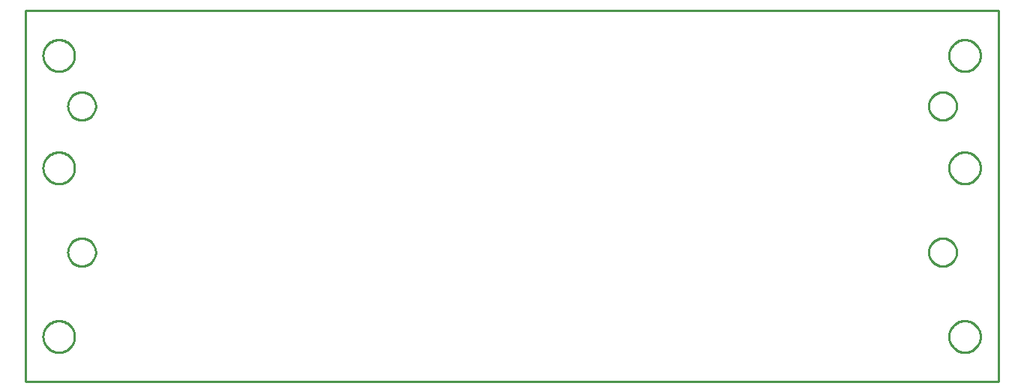
<source format=gko>
G04 EAGLE Gerber RS-274X export*
G75*
%MOMM*%
%FSLAX34Y34*%
%LPD*%
%INBoard Outline*%
%IPPOS*%
%AMOC8*
5,1,8,0,0,1.08239X$1,22.5*%
G01*
%ADD10C,0.000000*%
%ADD11C,0.254000*%


D10*
X0Y0D02*
X1099312Y0D01*
X1099312Y419100D01*
X0Y419100D01*
X0Y0D01*
X47752Y146050D02*
X47757Y146436D01*
X47771Y146823D01*
X47795Y147208D01*
X47828Y147594D01*
X47870Y147978D01*
X47922Y148361D01*
X47984Y148742D01*
X48055Y149122D01*
X48135Y149500D01*
X48224Y149876D01*
X48322Y150250D01*
X48430Y150621D01*
X48547Y150990D01*
X48673Y151355D01*
X48807Y151718D01*
X48951Y152076D01*
X49103Y152432D01*
X49264Y152783D01*
X49434Y153130D01*
X49612Y153474D01*
X49798Y153812D01*
X49992Y154146D01*
X50195Y154475D01*
X50406Y154799D01*
X50625Y155118D01*
X50851Y155431D01*
X51085Y155739D01*
X51327Y156040D01*
X51575Y156336D01*
X51832Y156626D01*
X52095Y156909D01*
X52364Y157186D01*
X52641Y157455D01*
X52924Y157718D01*
X53214Y157975D01*
X53510Y158223D01*
X53811Y158465D01*
X54119Y158699D01*
X54432Y158925D01*
X54751Y159144D01*
X55075Y159355D01*
X55404Y159558D01*
X55738Y159752D01*
X56076Y159938D01*
X56420Y160116D01*
X56767Y160286D01*
X57118Y160447D01*
X57474Y160599D01*
X57832Y160743D01*
X58195Y160877D01*
X58560Y161003D01*
X58929Y161120D01*
X59300Y161228D01*
X59674Y161326D01*
X60050Y161415D01*
X60428Y161495D01*
X60808Y161566D01*
X61189Y161628D01*
X61572Y161680D01*
X61956Y161722D01*
X62342Y161755D01*
X62727Y161779D01*
X63114Y161793D01*
X63500Y161798D01*
X63886Y161793D01*
X64273Y161779D01*
X64658Y161755D01*
X65044Y161722D01*
X65428Y161680D01*
X65811Y161628D01*
X66192Y161566D01*
X66572Y161495D01*
X66950Y161415D01*
X67326Y161326D01*
X67700Y161228D01*
X68071Y161120D01*
X68440Y161003D01*
X68805Y160877D01*
X69168Y160743D01*
X69526Y160599D01*
X69882Y160447D01*
X70233Y160286D01*
X70580Y160116D01*
X70924Y159938D01*
X71262Y159752D01*
X71596Y159558D01*
X71925Y159355D01*
X72249Y159144D01*
X72568Y158925D01*
X72881Y158699D01*
X73189Y158465D01*
X73490Y158223D01*
X73786Y157975D01*
X74076Y157718D01*
X74359Y157455D01*
X74636Y157186D01*
X74905Y156909D01*
X75168Y156626D01*
X75425Y156336D01*
X75673Y156040D01*
X75915Y155739D01*
X76149Y155431D01*
X76375Y155118D01*
X76594Y154799D01*
X76805Y154475D01*
X77008Y154146D01*
X77202Y153812D01*
X77388Y153474D01*
X77566Y153130D01*
X77736Y152783D01*
X77897Y152432D01*
X78049Y152076D01*
X78193Y151718D01*
X78327Y151355D01*
X78453Y150990D01*
X78570Y150621D01*
X78678Y150250D01*
X78776Y149876D01*
X78865Y149500D01*
X78945Y149122D01*
X79016Y148742D01*
X79078Y148361D01*
X79130Y147978D01*
X79172Y147594D01*
X79205Y147208D01*
X79229Y146823D01*
X79243Y146436D01*
X79248Y146050D01*
X79243Y145664D01*
X79229Y145277D01*
X79205Y144892D01*
X79172Y144506D01*
X79130Y144122D01*
X79078Y143739D01*
X79016Y143358D01*
X78945Y142978D01*
X78865Y142600D01*
X78776Y142224D01*
X78678Y141850D01*
X78570Y141479D01*
X78453Y141110D01*
X78327Y140745D01*
X78193Y140382D01*
X78049Y140024D01*
X77897Y139668D01*
X77736Y139317D01*
X77566Y138970D01*
X77388Y138626D01*
X77202Y138288D01*
X77008Y137954D01*
X76805Y137625D01*
X76594Y137301D01*
X76375Y136982D01*
X76149Y136669D01*
X75915Y136361D01*
X75673Y136060D01*
X75425Y135764D01*
X75168Y135474D01*
X74905Y135191D01*
X74636Y134914D01*
X74359Y134645D01*
X74076Y134382D01*
X73786Y134125D01*
X73490Y133877D01*
X73189Y133635D01*
X72881Y133401D01*
X72568Y133175D01*
X72249Y132956D01*
X71925Y132745D01*
X71596Y132542D01*
X71262Y132348D01*
X70924Y132162D01*
X70580Y131984D01*
X70233Y131814D01*
X69882Y131653D01*
X69526Y131501D01*
X69168Y131357D01*
X68805Y131223D01*
X68440Y131097D01*
X68071Y130980D01*
X67700Y130872D01*
X67326Y130774D01*
X66950Y130685D01*
X66572Y130605D01*
X66192Y130534D01*
X65811Y130472D01*
X65428Y130420D01*
X65044Y130378D01*
X64658Y130345D01*
X64273Y130321D01*
X63886Y130307D01*
X63500Y130302D01*
X63114Y130307D01*
X62727Y130321D01*
X62342Y130345D01*
X61956Y130378D01*
X61572Y130420D01*
X61189Y130472D01*
X60808Y130534D01*
X60428Y130605D01*
X60050Y130685D01*
X59674Y130774D01*
X59300Y130872D01*
X58929Y130980D01*
X58560Y131097D01*
X58195Y131223D01*
X57832Y131357D01*
X57474Y131501D01*
X57118Y131653D01*
X56767Y131814D01*
X56420Y131984D01*
X56076Y132162D01*
X55738Y132348D01*
X55404Y132542D01*
X55075Y132745D01*
X54751Y132956D01*
X54432Y133175D01*
X54119Y133401D01*
X53811Y133635D01*
X53510Y133877D01*
X53214Y134125D01*
X52924Y134382D01*
X52641Y134645D01*
X52364Y134914D01*
X52095Y135191D01*
X51832Y135474D01*
X51575Y135764D01*
X51327Y136060D01*
X51085Y136361D01*
X50851Y136669D01*
X50625Y136982D01*
X50406Y137301D01*
X50195Y137625D01*
X49992Y137954D01*
X49798Y138288D01*
X49612Y138626D01*
X49434Y138970D01*
X49264Y139317D01*
X49103Y139668D01*
X48951Y140024D01*
X48807Y140382D01*
X48673Y140745D01*
X48547Y141110D01*
X48430Y141479D01*
X48322Y141850D01*
X48224Y142224D01*
X48135Y142600D01*
X48055Y142978D01*
X47984Y143358D01*
X47922Y143739D01*
X47870Y144122D01*
X47828Y144506D01*
X47795Y144892D01*
X47771Y145277D01*
X47757Y145664D01*
X47752Y146050D01*
X1020064Y146050D02*
X1020069Y146436D01*
X1020083Y146823D01*
X1020107Y147208D01*
X1020140Y147594D01*
X1020182Y147978D01*
X1020234Y148361D01*
X1020296Y148742D01*
X1020367Y149122D01*
X1020447Y149500D01*
X1020536Y149876D01*
X1020634Y150250D01*
X1020742Y150621D01*
X1020859Y150990D01*
X1020985Y151355D01*
X1021119Y151718D01*
X1021263Y152076D01*
X1021415Y152432D01*
X1021576Y152783D01*
X1021746Y153130D01*
X1021924Y153474D01*
X1022110Y153812D01*
X1022304Y154146D01*
X1022507Y154475D01*
X1022718Y154799D01*
X1022937Y155118D01*
X1023163Y155431D01*
X1023397Y155739D01*
X1023639Y156040D01*
X1023887Y156336D01*
X1024144Y156626D01*
X1024407Y156909D01*
X1024676Y157186D01*
X1024953Y157455D01*
X1025236Y157718D01*
X1025526Y157975D01*
X1025822Y158223D01*
X1026123Y158465D01*
X1026431Y158699D01*
X1026744Y158925D01*
X1027063Y159144D01*
X1027387Y159355D01*
X1027716Y159558D01*
X1028050Y159752D01*
X1028388Y159938D01*
X1028732Y160116D01*
X1029079Y160286D01*
X1029430Y160447D01*
X1029786Y160599D01*
X1030144Y160743D01*
X1030507Y160877D01*
X1030872Y161003D01*
X1031241Y161120D01*
X1031612Y161228D01*
X1031986Y161326D01*
X1032362Y161415D01*
X1032740Y161495D01*
X1033120Y161566D01*
X1033501Y161628D01*
X1033884Y161680D01*
X1034268Y161722D01*
X1034654Y161755D01*
X1035039Y161779D01*
X1035426Y161793D01*
X1035812Y161798D01*
X1036198Y161793D01*
X1036585Y161779D01*
X1036970Y161755D01*
X1037356Y161722D01*
X1037740Y161680D01*
X1038123Y161628D01*
X1038504Y161566D01*
X1038884Y161495D01*
X1039262Y161415D01*
X1039638Y161326D01*
X1040012Y161228D01*
X1040383Y161120D01*
X1040752Y161003D01*
X1041117Y160877D01*
X1041480Y160743D01*
X1041838Y160599D01*
X1042194Y160447D01*
X1042545Y160286D01*
X1042892Y160116D01*
X1043236Y159938D01*
X1043574Y159752D01*
X1043908Y159558D01*
X1044237Y159355D01*
X1044561Y159144D01*
X1044880Y158925D01*
X1045193Y158699D01*
X1045501Y158465D01*
X1045802Y158223D01*
X1046098Y157975D01*
X1046388Y157718D01*
X1046671Y157455D01*
X1046948Y157186D01*
X1047217Y156909D01*
X1047480Y156626D01*
X1047737Y156336D01*
X1047985Y156040D01*
X1048227Y155739D01*
X1048461Y155431D01*
X1048687Y155118D01*
X1048906Y154799D01*
X1049117Y154475D01*
X1049320Y154146D01*
X1049514Y153812D01*
X1049700Y153474D01*
X1049878Y153130D01*
X1050048Y152783D01*
X1050209Y152432D01*
X1050361Y152076D01*
X1050505Y151718D01*
X1050639Y151355D01*
X1050765Y150990D01*
X1050882Y150621D01*
X1050990Y150250D01*
X1051088Y149876D01*
X1051177Y149500D01*
X1051257Y149122D01*
X1051328Y148742D01*
X1051390Y148361D01*
X1051442Y147978D01*
X1051484Y147594D01*
X1051517Y147208D01*
X1051541Y146823D01*
X1051555Y146436D01*
X1051560Y146050D01*
X1051555Y145664D01*
X1051541Y145277D01*
X1051517Y144892D01*
X1051484Y144506D01*
X1051442Y144122D01*
X1051390Y143739D01*
X1051328Y143358D01*
X1051257Y142978D01*
X1051177Y142600D01*
X1051088Y142224D01*
X1050990Y141850D01*
X1050882Y141479D01*
X1050765Y141110D01*
X1050639Y140745D01*
X1050505Y140382D01*
X1050361Y140024D01*
X1050209Y139668D01*
X1050048Y139317D01*
X1049878Y138970D01*
X1049700Y138626D01*
X1049514Y138288D01*
X1049320Y137954D01*
X1049117Y137625D01*
X1048906Y137301D01*
X1048687Y136982D01*
X1048461Y136669D01*
X1048227Y136361D01*
X1047985Y136060D01*
X1047737Y135764D01*
X1047480Y135474D01*
X1047217Y135191D01*
X1046948Y134914D01*
X1046671Y134645D01*
X1046388Y134382D01*
X1046098Y134125D01*
X1045802Y133877D01*
X1045501Y133635D01*
X1045193Y133401D01*
X1044880Y133175D01*
X1044561Y132956D01*
X1044237Y132745D01*
X1043908Y132542D01*
X1043574Y132348D01*
X1043236Y132162D01*
X1042892Y131984D01*
X1042545Y131814D01*
X1042194Y131653D01*
X1041838Y131501D01*
X1041480Y131357D01*
X1041117Y131223D01*
X1040752Y131097D01*
X1040383Y130980D01*
X1040012Y130872D01*
X1039638Y130774D01*
X1039262Y130685D01*
X1038884Y130605D01*
X1038504Y130534D01*
X1038123Y130472D01*
X1037740Y130420D01*
X1037356Y130378D01*
X1036970Y130345D01*
X1036585Y130321D01*
X1036198Y130307D01*
X1035812Y130302D01*
X1035426Y130307D01*
X1035039Y130321D01*
X1034654Y130345D01*
X1034268Y130378D01*
X1033884Y130420D01*
X1033501Y130472D01*
X1033120Y130534D01*
X1032740Y130605D01*
X1032362Y130685D01*
X1031986Y130774D01*
X1031612Y130872D01*
X1031241Y130980D01*
X1030872Y131097D01*
X1030507Y131223D01*
X1030144Y131357D01*
X1029786Y131501D01*
X1029430Y131653D01*
X1029079Y131814D01*
X1028732Y131984D01*
X1028388Y132162D01*
X1028050Y132348D01*
X1027716Y132542D01*
X1027387Y132745D01*
X1027063Y132956D01*
X1026744Y133175D01*
X1026431Y133401D01*
X1026123Y133635D01*
X1025822Y133877D01*
X1025526Y134125D01*
X1025236Y134382D01*
X1024953Y134645D01*
X1024676Y134914D01*
X1024407Y135191D01*
X1024144Y135474D01*
X1023887Y135764D01*
X1023639Y136060D01*
X1023397Y136361D01*
X1023163Y136669D01*
X1022937Y136982D01*
X1022718Y137301D01*
X1022507Y137625D01*
X1022304Y137954D01*
X1022110Y138288D01*
X1021924Y138626D01*
X1021746Y138970D01*
X1021576Y139317D01*
X1021415Y139668D01*
X1021263Y140024D01*
X1021119Y140382D01*
X1020985Y140745D01*
X1020859Y141110D01*
X1020742Y141479D01*
X1020634Y141850D01*
X1020536Y142224D01*
X1020447Y142600D01*
X1020367Y142978D01*
X1020296Y143358D01*
X1020234Y143739D01*
X1020182Y144122D01*
X1020140Y144506D01*
X1020107Y144892D01*
X1020083Y145277D01*
X1020069Y145664D01*
X1020064Y146050D01*
X47752Y311150D02*
X47757Y311536D01*
X47771Y311923D01*
X47795Y312308D01*
X47828Y312694D01*
X47870Y313078D01*
X47922Y313461D01*
X47984Y313842D01*
X48055Y314222D01*
X48135Y314600D01*
X48224Y314976D01*
X48322Y315350D01*
X48430Y315721D01*
X48547Y316090D01*
X48673Y316455D01*
X48807Y316818D01*
X48951Y317176D01*
X49103Y317532D01*
X49264Y317883D01*
X49434Y318230D01*
X49612Y318574D01*
X49798Y318912D01*
X49992Y319246D01*
X50195Y319575D01*
X50406Y319899D01*
X50625Y320218D01*
X50851Y320531D01*
X51085Y320839D01*
X51327Y321140D01*
X51575Y321436D01*
X51832Y321726D01*
X52095Y322009D01*
X52364Y322286D01*
X52641Y322555D01*
X52924Y322818D01*
X53214Y323075D01*
X53510Y323323D01*
X53811Y323565D01*
X54119Y323799D01*
X54432Y324025D01*
X54751Y324244D01*
X55075Y324455D01*
X55404Y324658D01*
X55738Y324852D01*
X56076Y325038D01*
X56420Y325216D01*
X56767Y325386D01*
X57118Y325547D01*
X57474Y325699D01*
X57832Y325843D01*
X58195Y325977D01*
X58560Y326103D01*
X58929Y326220D01*
X59300Y326328D01*
X59674Y326426D01*
X60050Y326515D01*
X60428Y326595D01*
X60808Y326666D01*
X61189Y326728D01*
X61572Y326780D01*
X61956Y326822D01*
X62342Y326855D01*
X62727Y326879D01*
X63114Y326893D01*
X63500Y326898D01*
X63886Y326893D01*
X64273Y326879D01*
X64658Y326855D01*
X65044Y326822D01*
X65428Y326780D01*
X65811Y326728D01*
X66192Y326666D01*
X66572Y326595D01*
X66950Y326515D01*
X67326Y326426D01*
X67700Y326328D01*
X68071Y326220D01*
X68440Y326103D01*
X68805Y325977D01*
X69168Y325843D01*
X69526Y325699D01*
X69882Y325547D01*
X70233Y325386D01*
X70580Y325216D01*
X70924Y325038D01*
X71262Y324852D01*
X71596Y324658D01*
X71925Y324455D01*
X72249Y324244D01*
X72568Y324025D01*
X72881Y323799D01*
X73189Y323565D01*
X73490Y323323D01*
X73786Y323075D01*
X74076Y322818D01*
X74359Y322555D01*
X74636Y322286D01*
X74905Y322009D01*
X75168Y321726D01*
X75425Y321436D01*
X75673Y321140D01*
X75915Y320839D01*
X76149Y320531D01*
X76375Y320218D01*
X76594Y319899D01*
X76805Y319575D01*
X77008Y319246D01*
X77202Y318912D01*
X77388Y318574D01*
X77566Y318230D01*
X77736Y317883D01*
X77897Y317532D01*
X78049Y317176D01*
X78193Y316818D01*
X78327Y316455D01*
X78453Y316090D01*
X78570Y315721D01*
X78678Y315350D01*
X78776Y314976D01*
X78865Y314600D01*
X78945Y314222D01*
X79016Y313842D01*
X79078Y313461D01*
X79130Y313078D01*
X79172Y312694D01*
X79205Y312308D01*
X79229Y311923D01*
X79243Y311536D01*
X79248Y311150D01*
X79243Y310764D01*
X79229Y310377D01*
X79205Y309992D01*
X79172Y309606D01*
X79130Y309222D01*
X79078Y308839D01*
X79016Y308458D01*
X78945Y308078D01*
X78865Y307700D01*
X78776Y307324D01*
X78678Y306950D01*
X78570Y306579D01*
X78453Y306210D01*
X78327Y305845D01*
X78193Y305482D01*
X78049Y305124D01*
X77897Y304768D01*
X77736Y304417D01*
X77566Y304070D01*
X77388Y303726D01*
X77202Y303388D01*
X77008Y303054D01*
X76805Y302725D01*
X76594Y302401D01*
X76375Y302082D01*
X76149Y301769D01*
X75915Y301461D01*
X75673Y301160D01*
X75425Y300864D01*
X75168Y300574D01*
X74905Y300291D01*
X74636Y300014D01*
X74359Y299745D01*
X74076Y299482D01*
X73786Y299225D01*
X73490Y298977D01*
X73189Y298735D01*
X72881Y298501D01*
X72568Y298275D01*
X72249Y298056D01*
X71925Y297845D01*
X71596Y297642D01*
X71262Y297448D01*
X70924Y297262D01*
X70580Y297084D01*
X70233Y296914D01*
X69882Y296753D01*
X69526Y296601D01*
X69168Y296457D01*
X68805Y296323D01*
X68440Y296197D01*
X68071Y296080D01*
X67700Y295972D01*
X67326Y295874D01*
X66950Y295785D01*
X66572Y295705D01*
X66192Y295634D01*
X65811Y295572D01*
X65428Y295520D01*
X65044Y295478D01*
X64658Y295445D01*
X64273Y295421D01*
X63886Y295407D01*
X63500Y295402D01*
X63114Y295407D01*
X62727Y295421D01*
X62342Y295445D01*
X61956Y295478D01*
X61572Y295520D01*
X61189Y295572D01*
X60808Y295634D01*
X60428Y295705D01*
X60050Y295785D01*
X59674Y295874D01*
X59300Y295972D01*
X58929Y296080D01*
X58560Y296197D01*
X58195Y296323D01*
X57832Y296457D01*
X57474Y296601D01*
X57118Y296753D01*
X56767Y296914D01*
X56420Y297084D01*
X56076Y297262D01*
X55738Y297448D01*
X55404Y297642D01*
X55075Y297845D01*
X54751Y298056D01*
X54432Y298275D01*
X54119Y298501D01*
X53811Y298735D01*
X53510Y298977D01*
X53214Y299225D01*
X52924Y299482D01*
X52641Y299745D01*
X52364Y300014D01*
X52095Y300291D01*
X51832Y300574D01*
X51575Y300864D01*
X51327Y301160D01*
X51085Y301461D01*
X50851Y301769D01*
X50625Y302082D01*
X50406Y302401D01*
X50195Y302725D01*
X49992Y303054D01*
X49798Y303388D01*
X49612Y303726D01*
X49434Y304070D01*
X49264Y304417D01*
X49103Y304768D01*
X48951Y305124D01*
X48807Y305482D01*
X48673Y305845D01*
X48547Y306210D01*
X48430Y306579D01*
X48322Y306950D01*
X48224Y307324D01*
X48135Y307700D01*
X48055Y308078D01*
X47984Y308458D01*
X47922Y308839D01*
X47870Y309222D01*
X47828Y309606D01*
X47795Y309992D01*
X47771Y310377D01*
X47757Y310764D01*
X47752Y311150D01*
X1020064Y311150D02*
X1020069Y311536D01*
X1020083Y311923D01*
X1020107Y312308D01*
X1020140Y312694D01*
X1020182Y313078D01*
X1020234Y313461D01*
X1020296Y313842D01*
X1020367Y314222D01*
X1020447Y314600D01*
X1020536Y314976D01*
X1020634Y315350D01*
X1020742Y315721D01*
X1020859Y316090D01*
X1020985Y316455D01*
X1021119Y316818D01*
X1021263Y317176D01*
X1021415Y317532D01*
X1021576Y317883D01*
X1021746Y318230D01*
X1021924Y318574D01*
X1022110Y318912D01*
X1022304Y319246D01*
X1022507Y319575D01*
X1022718Y319899D01*
X1022937Y320218D01*
X1023163Y320531D01*
X1023397Y320839D01*
X1023639Y321140D01*
X1023887Y321436D01*
X1024144Y321726D01*
X1024407Y322009D01*
X1024676Y322286D01*
X1024953Y322555D01*
X1025236Y322818D01*
X1025526Y323075D01*
X1025822Y323323D01*
X1026123Y323565D01*
X1026431Y323799D01*
X1026744Y324025D01*
X1027063Y324244D01*
X1027387Y324455D01*
X1027716Y324658D01*
X1028050Y324852D01*
X1028388Y325038D01*
X1028732Y325216D01*
X1029079Y325386D01*
X1029430Y325547D01*
X1029786Y325699D01*
X1030144Y325843D01*
X1030507Y325977D01*
X1030872Y326103D01*
X1031241Y326220D01*
X1031612Y326328D01*
X1031986Y326426D01*
X1032362Y326515D01*
X1032740Y326595D01*
X1033120Y326666D01*
X1033501Y326728D01*
X1033884Y326780D01*
X1034268Y326822D01*
X1034654Y326855D01*
X1035039Y326879D01*
X1035426Y326893D01*
X1035812Y326898D01*
X1036198Y326893D01*
X1036585Y326879D01*
X1036970Y326855D01*
X1037356Y326822D01*
X1037740Y326780D01*
X1038123Y326728D01*
X1038504Y326666D01*
X1038884Y326595D01*
X1039262Y326515D01*
X1039638Y326426D01*
X1040012Y326328D01*
X1040383Y326220D01*
X1040752Y326103D01*
X1041117Y325977D01*
X1041480Y325843D01*
X1041838Y325699D01*
X1042194Y325547D01*
X1042545Y325386D01*
X1042892Y325216D01*
X1043236Y325038D01*
X1043574Y324852D01*
X1043908Y324658D01*
X1044237Y324455D01*
X1044561Y324244D01*
X1044880Y324025D01*
X1045193Y323799D01*
X1045501Y323565D01*
X1045802Y323323D01*
X1046098Y323075D01*
X1046388Y322818D01*
X1046671Y322555D01*
X1046948Y322286D01*
X1047217Y322009D01*
X1047480Y321726D01*
X1047737Y321436D01*
X1047985Y321140D01*
X1048227Y320839D01*
X1048461Y320531D01*
X1048687Y320218D01*
X1048906Y319899D01*
X1049117Y319575D01*
X1049320Y319246D01*
X1049514Y318912D01*
X1049700Y318574D01*
X1049878Y318230D01*
X1050048Y317883D01*
X1050209Y317532D01*
X1050361Y317176D01*
X1050505Y316818D01*
X1050639Y316455D01*
X1050765Y316090D01*
X1050882Y315721D01*
X1050990Y315350D01*
X1051088Y314976D01*
X1051177Y314600D01*
X1051257Y314222D01*
X1051328Y313842D01*
X1051390Y313461D01*
X1051442Y313078D01*
X1051484Y312694D01*
X1051517Y312308D01*
X1051541Y311923D01*
X1051555Y311536D01*
X1051560Y311150D01*
X1051555Y310764D01*
X1051541Y310377D01*
X1051517Y309992D01*
X1051484Y309606D01*
X1051442Y309222D01*
X1051390Y308839D01*
X1051328Y308458D01*
X1051257Y308078D01*
X1051177Y307700D01*
X1051088Y307324D01*
X1050990Y306950D01*
X1050882Y306579D01*
X1050765Y306210D01*
X1050639Y305845D01*
X1050505Y305482D01*
X1050361Y305124D01*
X1050209Y304768D01*
X1050048Y304417D01*
X1049878Y304070D01*
X1049700Y303726D01*
X1049514Y303388D01*
X1049320Y303054D01*
X1049117Y302725D01*
X1048906Y302401D01*
X1048687Y302082D01*
X1048461Y301769D01*
X1048227Y301461D01*
X1047985Y301160D01*
X1047737Y300864D01*
X1047480Y300574D01*
X1047217Y300291D01*
X1046948Y300014D01*
X1046671Y299745D01*
X1046388Y299482D01*
X1046098Y299225D01*
X1045802Y298977D01*
X1045501Y298735D01*
X1045193Y298501D01*
X1044880Y298275D01*
X1044561Y298056D01*
X1044237Y297845D01*
X1043908Y297642D01*
X1043574Y297448D01*
X1043236Y297262D01*
X1042892Y297084D01*
X1042545Y296914D01*
X1042194Y296753D01*
X1041838Y296601D01*
X1041480Y296457D01*
X1041117Y296323D01*
X1040752Y296197D01*
X1040383Y296080D01*
X1040012Y295972D01*
X1039638Y295874D01*
X1039262Y295785D01*
X1038884Y295705D01*
X1038504Y295634D01*
X1038123Y295572D01*
X1037740Y295520D01*
X1037356Y295478D01*
X1036970Y295445D01*
X1036585Y295421D01*
X1036198Y295407D01*
X1035812Y295402D01*
X1035426Y295407D01*
X1035039Y295421D01*
X1034654Y295445D01*
X1034268Y295478D01*
X1033884Y295520D01*
X1033501Y295572D01*
X1033120Y295634D01*
X1032740Y295705D01*
X1032362Y295785D01*
X1031986Y295874D01*
X1031612Y295972D01*
X1031241Y296080D01*
X1030872Y296197D01*
X1030507Y296323D01*
X1030144Y296457D01*
X1029786Y296601D01*
X1029430Y296753D01*
X1029079Y296914D01*
X1028732Y297084D01*
X1028388Y297262D01*
X1028050Y297448D01*
X1027716Y297642D01*
X1027387Y297845D01*
X1027063Y298056D01*
X1026744Y298275D01*
X1026431Y298501D01*
X1026123Y298735D01*
X1025822Y298977D01*
X1025526Y299225D01*
X1025236Y299482D01*
X1024953Y299745D01*
X1024676Y300014D01*
X1024407Y300291D01*
X1024144Y300574D01*
X1023887Y300864D01*
X1023639Y301160D01*
X1023397Y301461D01*
X1023163Y301769D01*
X1022937Y302082D01*
X1022718Y302401D01*
X1022507Y302725D01*
X1022304Y303054D01*
X1022110Y303388D01*
X1021924Y303726D01*
X1021746Y304070D01*
X1021576Y304417D01*
X1021415Y304768D01*
X1021263Y305124D01*
X1021119Y305482D01*
X1020985Y305845D01*
X1020859Y306210D01*
X1020742Y306579D01*
X1020634Y306950D01*
X1020536Y307324D01*
X1020447Y307700D01*
X1020367Y308078D01*
X1020296Y308458D01*
X1020234Y308839D01*
X1020182Y309222D01*
X1020140Y309606D01*
X1020107Y309992D01*
X1020083Y310377D01*
X1020069Y310764D01*
X1020064Y311150D01*
X19812Y241300D02*
X19817Y241736D01*
X19833Y242172D01*
X19860Y242608D01*
X19898Y243043D01*
X19946Y243476D01*
X20004Y243909D01*
X20074Y244340D01*
X20154Y244769D01*
X20244Y245196D01*
X20345Y245620D01*
X20456Y246042D01*
X20578Y246461D01*
X20709Y246877D01*
X20851Y247290D01*
X21003Y247699D01*
X21165Y248104D01*
X21337Y248505D01*
X21519Y248902D01*
X21710Y249294D01*
X21911Y249681D01*
X22122Y250064D01*
X22342Y250441D01*
X22571Y250812D01*
X22808Y251178D01*
X23055Y251538D01*
X23311Y251892D01*
X23575Y252239D01*
X23848Y252580D01*
X24129Y252913D01*
X24418Y253240D01*
X24715Y253560D01*
X25020Y253872D01*
X25332Y254177D01*
X25652Y254474D01*
X25979Y254763D01*
X26312Y255044D01*
X26653Y255317D01*
X27000Y255581D01*
X27354Y255837D01*
X27714Y256084D01*
X28080Y256321D01*
X28451Y256550D01*
X28828Y256770D01*
X29211Y256981D01*
X29598Y257182D01*
X29990Y257373D01*
X30387Y257555D01*
X30788Y257727D01*
X31193Y257889D01*
X31602Y258041D01*
X32015Y258183D01*
X32431Y258314D01*
X32850Y258436D01*
X33272Y258547D01*
X33696Y258648D01*
X34123Y258738D01*
X34552Y258818D01*
X34983Y258888D01*
X35416Y258946D01*
X35849Y258994D01*
X36284Y259032D01*
X36720Y259059D01*
X37156Y259075D01*
X37592Y259080D01*
X38028Y259075D01*
X38464Y259059D01*
X38900Y259032D01*
X39335Y258994D01*
X39768Y258946D01*
X40201Y258888D01*
X40632Y258818D01*
X41061Y258738D01*
X41488Y258648D01*
X41912Y258547D01*
X42334Y258436D01*
X42753Y258314D01*
X43169Y258183D01*
X43582Y258041D01*
X43991Y257889D01*
X44396Y257727D01*
X44797Y257555D01*
X45194Y257373D01*
X45586Y257182D01*
X45973Y256981D01*
X46356Y256770D01*
X46733Y256550D01*
X47104Y256321D01*
X47470Y256084D01*
X47830Y255837D01*
X48184Y255581D01*
X48531Y255317D01*
X48872Y255044D01*
X49205Y254763D01*
X49532Y254474D01*
X49852Y254177D01*
X50164Y253872D01*
X50469Y253560D01*
X50766Y253240D01*
X51055Y252913D01*
X51336Y252580D01*
X51609Y252239D01*
X51873Y251892D01*
X52129Y251538D01*
X52376Y251178D01*
X52613Y250812D01*
X52842Y250441D01*
X53062Y250064D01*
X53273Y249681D01*
X53474Y249294D01*
X53665Y248902D01*
X53847Y248505D01*
X54019Y248104D01*
X54181Y247699D01*
X54333Y247290D01*
X54475Y246877D01*
X54606Y246461D01*
X54728Y246042D01*
X54839Y245620D01*
X54940Y245196D01*
X55030Y244769D01*
X55110Y244340D01*
X55180Y243909D01*
X55238Y243476D01*
X55286Y243043D01*
X55324Y242608D01*
X55351Y242172D01*
X55367Y241736D01*
X55372Y241300D01*
X55367Y240864D01*
X55351Y240428D01*
X55324Y239992D01*
X55286Y239557D01*
X55238Y239124D01*
X55180Y238691D01*
X55110Y238260D01*
X55030Y237831D01*
X54940Y237404D01*
X54839Y236980D01*
X54728Y236558D01*
X54606Y236139D01*
X54475Y235723D01*
X54333Y235310D01*
X54181Y234901D01*
X54019Y234496D01*
X53847Y234095D01*
X53665Y233698D01*
X53474Y233306D01*
X53273Y232919D01*
X53062Y232536D01*
X52842Y232159D01*
X52613Y231788D01*
X52376Y231422D01*
X52129Y231062D01*
X51873Y230708D01*
X51609Y230361D01*
X51336Y230020D01*
X51055Y229687D01*
X50766Y229360D01*
X50469Y229040D01*
X50164Y228728D01*
X49852Y228423D01*
X49532Y228126D01*
X49205Y227837D01*
X48872Y227556D01*
X48531Y227283D01*
X48184Y227019D01*
X47830Y226763D01*
X47470Y226516D01*
X47104Y226279D01*
X46733Y226050D01*
X46356Y225830D01*
X45973Y225619D01*
X45586Y225418D01*
X45194Y225227D01*
X44797Y225045D01*
X44396Y224873D01*
X43991Y224711D01*
X43582Y224559D01*
X43169Y224417D01*
X42753Y224286D01*
X42334Y224164D01*
X41912Y224053D01*
X41488Y223952D01*
X41061Y223862D01*
X40632Y223782D01*
X40201Y223712D01*
X39768Y223654D01*
X39335Y223606D01*
X38900Y223568D01*
X38464Y223541D01*
X38028Y223525D01*
X37592Y223520D01*
X37156Y223525D01*
X36720Y223541D01*
X36284Y223568D01*
X35849Y223606D01*
X35416Y223654D01*
X34983Y223712D01*
X34552Y223782D01*
X34123Y223862D01*
X33696Y223952D01*
X33272Y224053D01*
X32850Y224164D01*
X32431Y224286D01*
X32015Y224417D01*
X31602Y224559D01*
X31193Y224711D01*
X30788Y224873D01*
X30387Y225045D01*
X29990Y225227D01*
X29598Y225418D01*
X29211Y225619D01*
X28828Y225830D01*
X28451Y226050D01*
X28080Y226279D01*
X27714Y226516D01*
X27354Y226763D01*
X27000Y227019D01*
X26653Y227283D01*
X26312Y227556D01*
X25979Y227837D01*
X25652Y228126D01*
X25332Y228423D01*
X25020Y228728D01*
X24715Y229040D01*
X24418Y229360D01*
X24129Y229687D01*
X23848Y230020D01*
X23575Y230361D01*
X23311Y230708D01*
X23055Y231062D01*
X22808Y231422D01*
X22571Y231788D01*
X22342Y232159D01*
X22122Y232536D01*
X21911Y232919D01*
X21710Y233306D01*
X21519Y233698D01*
X21337Y234095D01*
X21165Y234496D01*
X21003Y234901D01*
X20851Y235310D01*
X20709Y235723D01*
X20578Y236139D01*
X20456Y236558D01*
X20345Y236980D01*
X20244Y237404D01*
X20154Y237831D01*
X20074Y238260D01*
X20004Y238691D01*
X19946Y239124D01*
X19898Y239557D01*
X19860Y239992D01*
X19833Y240428D01*
X19817Y240864D01*
X19812Y241300D01*
X1042924Y241300D02*
X1042929Y241736D01*
X1042945Y242172D01*
X1042972Y242608D01*
X1043010Y243043D01*
X1043058Y243476D01*
X1043116Y243909D01*
X1043186Y244340D01*
X1043266Y244769D01*
X1043356Y245196D01*
X1043457Y245620D01*
X1043568Y246042D01*
X1043690Y246461D01*
X1043821Y246877D01*
X1043963Y247290D01*
X1044115Y247699D01*
X1044277Y248104D01*
X1044449Y248505D01*
X1044631Y248902D01*
X1044822Y249294D01*
X1045023Y249681D01*
X1045234Y250064D01*
X1045454Y250441D01*
X1045683Y250812D01*
X1045920Y251178D01*
X1046167Y251538D01*
X1046423Y251892D01*
X1046687Y252239D01*
X1046960Y252580D01*
X1047241Y252913D01*
X1047530Y253240D01*
X1047827Y253560D01*
X1048132Y253872D01*
X1048444Y254177D01*
X1048764Y254474D01*
X1049091Y254763D01*
X1049424Y255044D01*
X1049765Y255317D01*
X1050112Y255581D01*
X1050466Y255837D01*
X1050826Y256084D01*
X1051192Y256321D01*
X1051563Y256550D01*
X1051940Y256770D01*
X1052323Y256981D01*
X1052710Y257182D01*
X1053102Y257373D01*
X1053499Y257555D01*
X1053900Y257727D01*
X1054305Y257889D01*
X1054714Y258041D01*
X1055127Y258183D01*
X1055543Y258314D01*
X1055962Y258436D01*
X1056384Y258547D01*
X1056808Y258648D01*
X1057235Y258738D01*
X1057664Y258818D01*
X1058095Y258888D01*
X1058528Y258946D01*
X1058961Y258994D01*
X1059396Y259032D01*
X1059832Y259059D01*
X1060268Y259075D01*
X1060704Y259080D01*
X1061140Y259075D01*
X1061576Y259059D01*
X1062012Y259032D01*
X1062447Y258994D01*
X1062880Y258946D01*
X1063313Y258888D01*
X1063744Y258818D01*
X1064173Y258738D01*
X1064600Y258648D01*
X1065024Y258547D01*
X1065446Y258436D01*
X1065865Y258314D01*
X1066281Y258183D01*
X1066694Y258041D01*
X1067103Y257889D01*
X1067508Y257727D01*
X1067909Y257555D01*
X1068306Y257373D01*
X1068698Y257182D01*
X1069085Y256981D01*
X1069468Y256770D01*
X1069845Y256550D01*
X1070216Y256321D01*
X1070582Y256084D01*
X1070942Y255837D01*
X1071296Y255581D01*
X1071643Y255317D01*
X1071984Y255044D01*
X1072317Y254763D01*
X1072644Y254474D01*
X1072964Y254177D01*
X1073276Y253872D01*
X1073581Y253560D01*
X1073878Y253240D01*
X1074167Y252913D01*
X1074448Y252580D01*
X1074721Y252239D01*
X1074985Y251892D01*
X1075241Y251538D01*
X1075488Y251178D01*
X1075725Y250812D01*
X1075954Y250441D01*
X1076174Y250064D01*
X1076385Y249681D01*
X1076586Y249294D01*
X1076777Y248902D01*
X1076959Y248505D01*
X1077131Y248104D01*
X1077293Y247699D01*
X1077445Y247290D01*
X1077587Y246877D01*
X1077718Y246461D01*
X1077840Y246042D01*
X1077951Y245620D01*
X1078052Y245196D01*
X1078142Y244769D01*
X1078222Y244340D01*
X1078292Y243909D01*
X1078350Y243476D01*
X1078398Y243043D01*
X1078436Y242608D01*
X1078463Y242172D01*
X1078479Y241736D01*
X1078484Y241300D01*
X1078479Y240864D01*
X1078463Y240428D01*
X1078436Y239992D01*
X1078398Y239557D01*
X1078350Y239124D01*
X1078292Y238691D01*
X1078222Y238260D01*
X1078142Y237831D01*
X1078052Y237404D01*
X1077951Y236980D01*
X1077840Y236558D01*
X1077718Y236139D01*
X1077587Y235723D01*
X1077445Y235310D01*
X1077293Y234901D01*
X1077131Y234496D01*
X1076959Y234095D01*
X1076777Y233698D01*
X1076586Y233306D01*
X1076385Y232919D01*
X1076174Y232536D01*
X1075954Y232159D01*
X1075725Y231788D01*
X1075488Y231422D01*
X1075241Y231062D01*
X1074985Y230708D01*
X1074721Y230361D01*
X1074448Y230020D01*
X1074167Y229687D01*
X1073878Y229360D01*
X1073581Y229040D01*
X1073276Y228728D01*
X1072964Y228423D01*
X1072644Y228126D01*
X1072317Y227837D01*
X1071984Y227556D01*
X1071643Y227283D01*
X1071296Y227019D01*
X1070942Y226763D01*
X1070582Y226516D01*
X1070216Y226279D01*
X1069845Y226050D01*
X1069468Y225830D01*
X1069085Y225619D01*
X1068698Y225418D01*
X1068306Y225227D01*
X1067909Y225045D01*
X1067508Y224873D01*
X1067103Y224711D01*
X1066694Y224559D01*
X1066281Y224417D01*
X1065865Y224286D01*
X1065446Y224164D01*
X1065024Y224053D01*
X1064600Y223952D01*
X1064173Y223862D01*
X1063744Y223782D01*
X1063313Y223712D01*
X1062880Y223654D01*
X1062447Y223606D01*
X1062012Y223568D01*
X1061576Y223541D01*
X1061140Y223525D01*
X1060704Y223520D01*
X1060268Y223525D01*
X1059832Y223541D01*
X1059396Y223568D01*
X1058961Y223606D01*
X1058528Y223654D01*
X1058095Y223712D01*
X1057664Y223782D01*
X1057235Y223862D01*
X1056808Y223952D01*
X1056384Y224053D01*
X1055962Y224164D01*
X1055543Y224286D01*
X1055127Y224417D01*
X1054714Y224559D01*
X1054305Y224711D01*
X1053900Y224873D01*
X1053499Y225045D01*
X1053102Y225227D01*
X1052710Y225418D01*
X1052323Y225619D01*
X1051940Y225830D01*
X1051563Y226050D01*
X1051192Y226279D01*
X1050826Y226516D01*
X1050466Y226763D01*
X1050112Y227019D01*
X1049765Y227283D01*
X1049424Y227556D01*
X1049091Y227837D01*
X1048764Y228126D01*
X1048444Y228423D01*
X1048132Y228728D01*
X1047827Y229040D01*
X1047530Y229360D01*
X1047241Y229687D01*
X1046960Y230020D01*
X1046687Y230361D01*
X1046423Y230708D01*
X1046167Y231062D01*
X1045920Y231422D01*
X1045683Y231788D01*
X1045454Y232159D01*
X1045234Y232536D01*
X1045023Y232919D01*
X1044822Y233306D01*
X1044631Y233698D01*
X1044449Y234095D01*
X1044277Y234496D01*
X1044115Y234901D01*
X1043963Y235310D01*
X1043821Y235723D01*
X1043690Y236139D01*
X1043568Y236558D01*
X1043457Y236980D01*
X1043356Y237404D01*
X1043266Y237831D01*
X1043186Y238260D01*
X1043116Y238691D01*
X1043058Y239124D01*
X1043010Y239557D01*
X1042972Y239992D01*
X1042945Y240428D01*
X1042929Y240864D01*
X1042924Y241300D01*
X19812Y50800D02*
X19817Y51236D01*
X19833Y51672D01*
X19860Y52108D01*
X19898Y52543D01*
X19946Y52976D01*
X20004Y53409D01*
X20074Y53840D01*
X20154Y54269D01*
X20244Y54696D01*
X20345Y55120D01*
X20456Y55542D01*
X20578Y55961D01*
X20709Y56377D01*
X20851Y56790D01*
X21003Y57199D01*
X21165Y57604D01*
X21337Y58005D01*
X21519Y58402D01*
X21710Y58794D01*
X21911Y59181D01*
X22122Y59564D01*
X22342Y59941D01*
X22571Y60312D01*
X22808Y60678D01*
X23055Y61038D01*
X23311Y61392D01*
X23575Y61739D01*
X23848Y62080D01*
X24129Y62413D01*
X24418Y62740D01*
X24715Y63060D01*
X25020Y63372D01*
X25332Y63677D01*
X25652Y63974D01*
X25979Y64263D01*
X26312Y64544D01*
X26653Y64817D01*
X27000Y65081D01*
X27354Y65337D01*
X27714Y65584D01*
X28080Y65821D01*
X28451Y66050D01*
X28828Y66270D01*
X29211Y66481D01*
X29598Y66682D01*
X29990Y66873D01*
X30387Y67055D01*
X30788Y67227D01*
X31193Y67389D01*
X31602Y67541D01*
X32015Y67683D01*
X32431Y67814D01*
X32850Y67936D01*
X33272Y68047D01*
X33696Y68148D01*
X34123Y68238D01*
X34552Y68318D01*
X34983Y68388D01*
X35416Y68446D01*
X35849Y68494D01*
X36284Y68532D01*
X36720Y68559D01*
X37156Y68575D01*
X37592Y68580D01*
X38028Y68575D01*
X38464Y68559D01*
X38900Y68532D01*
X39335Y68494D01*
X39768Y68446D01*
X40201Y68388D01*
X40632Y68318D01*
X41061Y68238D01*
X41488Y68148D01*
X41912Y68047D01*
X42334Y67936D01*
X42753Y67814D01*
X43169Y67683D01*
X43582Y67541D01*
X43991Y67389D01*
X44396Y67227D01*
X44797Y67055D01*
X45194Y66873D01*
X45586Y66682D01*
X45973Y66481D01*
X46356Y66270D01*
X46733Y66050D01*
X47104Y65821D01*
X47470Y65584D01*
X47830Y65337D01*
X48184Y65081D01*
X48531Y64817D01*
X48872Y64544D01*
X49205Y64263D01*
X49532Y63974D01*
X49852Y63677D01*
X50164Y63372D01*
X50469Y63060D01*
X50766Y62740D01*
X51055Y62413D01*
X51336Y62080D01*
X51609Y61739D01*
X51873Y61392D01*
X52129Y61038D01*
X52376Y60678D01*
X52613Y60312D01*
X52842Y59941D01*
X53062Y59564D01*
X53273Y59181D01*
X53474Y58794D01*
X53665Y58402D01*
X53847Y58005D01*
X54019Y57604D01*
X54181Y57199D01*
X54333Y56790D01*
X54475Y56377D01*
X54606Y55961D01*
X54728Y55542D01*
X54839Y55120D01*
X54940Y54696D01*
X55030Y54269D01*
X55110Y53840D01*
X55180Y53409D01*
X55238Y52976D01*
X55286Y52543D01*
X55324Y52108D01*
X55351Y51672D01*
X55367Y51236D01*
X55372Y50800D01*
X55367Y50364D01*
X55351Y49928D01*
X55324Y49492D01*
X55286Y49057D01*
X55238Y48624D01*
X55180Y48191D01*
X55110Y47760D01*
X55030Y47331D01*
X54940Y46904D01*
X54839Y46480D01*
X54728Y46058D01*
X54606Y45639D01*
X54475Y45223D01*
X54333Y44810D01*
X54181Y44401D01*
X54019Y43996D01*
X53847Y43595D01*
X53665Y43198D01*
X53474Y42806D01*
X53273Y42419D01*
X53062Y42036D01*
X52842Y41659D01*
X52613Y41288D01*
X52376Y40922D01*
X52129Y40562D01*
X51873Y40208D01*
X51609Y39861D01*
X51336Y39520D01*
X51055Y39187D01*
X50766Y38860D01*
X50469Y38540D01*
X50164Y38228D01*
X49852Y37923D01*
X49532Y37626D01*
X49205Y37337D01*
X48872Y37056D01*
X48531Y36783D01*
X48184Y36519D01*
X47830Y36263D01*
X47470Y36016D01*
X47104Y35779D01*
X46733Y35550D01*
X46356Y35330D01*
X45973Y35119D01*
X45586Y34918D01*
X45194Y34727D01*
X44797Y34545D01*
X44396Y34373D01*
X43991Y34211D01*
X43582Y34059D01*
X43169Y33917D01*
X42753Y33786D01*
X42334Y33664D01*
X41912Y33553D01*
X41488Y33452D01*
X41061Y33362D01*
X40632Y33282D01*
X40201Y33212D01*
X39768Y33154D01*
X39335Y33106D01*
X38900Y33068D01*
X38464Y33041D01*
X38028Y33025D01*
X37592Y33020D01*
X37156Y33025D01*
X36720Y33041D01*
X36284Y33068D01*
X35849Y33106D01*
X35416Y33154D01*
X34983Y33212D01*
X34552Y33282D01*
X34123Y33362D01*
X33696Y33452D01*
X33272Y33553D01*
X32850Y33664D01*
X32431Y33786D01*
X32015Y33917D01*
X31602Y34059D01*
X31193Y34211D01*
X30788Y34373D01*
X30387Y34545D01*
X29990Y34727D01*
X29598Y34918D01*
X29211Y35119D01*
X28828Y35330D01*
X28451Y35550D01*
X28080Y35779D01*
X27714Y36016D01*
X27354Y36263D01*
X27000Y36519D01*
X26653Y36783D01*
X26312Y37056D01*
X25979Y37337D01*
X25652Y37626D01*
X25332Y37923D01*
X25020Y38228D01*
X24715Y38540D01*
X24418Y38860D01*
X24129Y39187D01*
X23848Y39520D01*
X23575Y39861D01*
X23311Y40208D01*
X23055Y40562D01*
X22808Y40922D01*
X22571Y41288D01*
X22342Y41659D01*
X22122Y42036D01*
X21911Y42419D01*
X21710Y42806D01*
X21519Y43198D01*
X21337Y43595D01*
X21165Y43996D01*
X21003Y44401D01*
X20851Y44810D01*
X20709Y45223D01*
X20578Y45639D01*
X20456Y46058D01*
X20345Y46480D01*
X20244Y46904D01*
X20154Y47331D01*
X20074Y47760D01*
X20004Y48191D01*
X19946Y48624D01*
X19898Y49057D01*
X19860Y49492D01*
X19833Y49928D01*
X19817Y50364D01*
X19812Y50800D01*
X1042924Y50800D02*
X1042929Y51236D01*
X1042945Y51672D01*
X1042972Y52108D01*
X1043010Y52543D01*
X1043058Y52976D01*
X1043116Y53409D01*
X1043186Y53840D01*
X1043266Y54269D01*
X1043356Y54696D01*
X1043457Y55120D01*
X1043568Y55542D01*
X1043690Y55961D01*
X1043821Y56377D01*
X1043963Y56790D01*
X1044115Y57199D01*
X1044277Y57604D01*
X1044449Y58005D01*
X1044631Y58402D01*
X1044822Y58794D01*
X1045023Y59181D01*
X1045234Y59564D01*
X1045454Y59941D01*
X1045683Y60312D01*
X1045920Y60678D01*
X1046167Y61038D01*
X1046423Y61392D01*
X1046687Y61739D01*
X1046960Y62080D01*
X1047241Y62413D01*
X1047530Y62740D01*
X1047827Y63060D01*
X1048132Y63372D01*
X1048444Y63677D01*
X1048764Y63974D01*
X1049091Y64263D01*
X1049424Y64544D01*
X1049765Y64817D01*
X1050112Y65081D01*
X1050466Y65337D01*
X1050826Y65584D01*
X1051192Y65821D01*
X1051563Y66050D01*
X1051940Y66270D01*
X1052323Y66481D01*
X1052710Y66682D01*
X1053102Y66873D01*
X1053499Y67055D01*
X1053900Y67227D01*
X1054305Y67389D01*
X1054714Y67541D01*
X1055127Y67683D01*
X1055543Y67814D01*
X1055962Y67936D01*
X1056384Y68047D01*
X1056808Y68148D01*
X1057235Y68238D01*
X1057664Y68318D01*
X1058095Y68388D01*
X1058528Y68446D01*
X1058961Y68494D01*
X1059396Y68532D01*
X1059832Y68559D01*
X1060268Y68575D01*
X1060704Y68580D01*
X1061140Y68575D01*
X1061576Y68559D01*
X1062012Y68532D01*
X1062447Y68494D01*
X1062880Y68446D01*
X1063313Y68388D01*
X1063744Y68318D01*
X1064173Y68238D01*
X1064600Y68148D01*
X1065024Y68047D01*
X1065446Y67936D01*
X1065865Y67814D01*
X1066281Y67683D01*
X1066694Y67541D01*
X1067103Y67389D01*
X1067508Y67227D01*
X1067909Y67055D01*
X1068306Y66873D01*
X1068698Y66682D01*
X1069085Y66481D01*
X1069468Y66270D01*
X1069845Y66050D01*
X1070216Y65821D01*
X1070582Y65584D01*
X1070942Y65337D01*
X1071296Y65081D01*
X1071643Y64817D01*
X1071984Y64544D01*
X1072317Y64263D01*
X1072644Y63974D01*
X1072964Y63677D01*
X1073276Y63372D01*
X1073581Y63060D01*
X1073878Y62740D01*
X1074167Y62413D01*
X1074448Y62080D01*
X1074721Y61739D01*
X1074985Y61392D01*
X1075241Y61038D01*
X1075488Y60678D01*
X1075725Y60312D01*
X1075954Y59941D01*
X1076174Y59564D01*
X1076385Y59181D01*
X1076586Y58794D01*
X1076777Y58402D01*
X1076959Y58005D01*
X1077131Y57604D01*
X1077293Y57199D01*
X1077445Y56790D01*
X1077587Y56377D01*
X1077718Y55961D01*
X1077840Y55542D01*
X1077951Y55120D01*
X1078052Y54696D01*
X1078142Y54269D01*
X1078222Y53840D01*
X1078292Y53409D01*
X1078350Y52976D01*
X1078398Y52543D01*
X1078436Y52108D01*
X1078463Y51672D01*
X1078479Y51236D01*
X1078484Y50800D01*
X1078479Y50364D01*
X1078463Y49928D01*
X1078436Y49492D01*
X1078398Y49057D01*
X1078350Y48624D01*
X1078292Y48191D01*
X1078222Y47760D01*
X1078142Y47331D01*
X1078052Y46904D01*
X1077951Y46480D01*
X1077840Y46058D01*
X1077718Y45639D01*
X1077587Y45223D01*
X1077445Y44810D01*
X1077293Y44401D01*
X1077131Y43996D01*
X1076959Y43595D01*
X1076777Y43198D01*
X1076586Y42806D01*
X1076385Y42419D01*
X1076174Y42036D01*
X1075954Y41659D01*
X1075725Y41288D01*
X1075488Y40922D01*
X1075241Y40562D01*
X1074985Y40208D01*
X1074721Y39861D01*
X1074448Y39520D01*
X1074167Y39187D01*
X1073878Y38860D01*
X1073581Y38540D01*
X1073276Y38228D01*
X1072964Y37923D01*
X1072644Y37626D01*
X1072317Y37337D01*
X1071984Y37056D01*
X1071643Y36783D01*
X1071296Y36519D01*
X1070942Y36263D01*
X1070582Y36016D01*
X1070216Y35779D01*
X1069845Y35550D01*
X1069468Y35330D01*
X1069085Y35119D01*
X1068698Y34918D01*
X1068306Y34727D01*
X1067909Y34545D01*
X1067508Y34373D01*
X1067103Y34211D01*
X1066694Y34059D01*
X1066281Y33917D01*
X1065865Y33786D01*
X1065446Y33664D01*
X1065024Y33553D01*
X1064600Y33452D01*
X1064173Y33362D01*
X1063744Y33282D01*
X1063313Y33212D01*
X1062880Y33154D01*
X1062447Y33106D01*
X1062012Y33068D01*
X1061576Y33041D01*
X1061140Y33025D01*
X1060704Y33020D01*
X1060268Y33025D01*
X1059832Y33041D01*
X1059396Y33068D01*
X1058961Y33106D01*
X1058528Y33154D01*
X1058095Y33212D01*
X1057664Y33282D01*
X1057235Y33362D01*
X1056808Y33452D01*
X1056384Y33553D01*
X1055962Y33664D01*
X1055543Y33786D01*
X1055127Y33917D01*
X1054714Y34059D01*
X1054305Y34211D01*
X1053900Y34373D01*
X1053499Y34545D01*
X1053102Y34727D01*
X1052710Y34918D01*
X1052323Y35119D01*
X1051940Y35330D01*
X1051563Y35550D01*
X1051192Y35779D01*
X1050826Y36016D01*
X1050466Y36263D01*
X1050112Y36519D01*
X1049765Y36783D01*
X1049424Y37056D01*
X1049091Y37337D01*
X1048764Y37626D01*
X1048444Y37923D01*
X1048132Y38228D01*
X1047827Y38540D01*
X1047530Y38860D01*
X1047241Y39187D01*
X1046960Y39520D01*
X1046687Y39861D01*
X1046423Y40208D01*
X1046167Y40562D01*
X1045920Y40922D01*
X1045683Y41288D01*
X1045454Y41659D01*
X1045234Y42036D01*
X1045023Y42419D01*
X1044822Y42806D01*
X1044631Y43198D01*
X1044449Y43595D01*
X1044277Y43996D01*
X1044115Y44401D01*
X1043963Y44810D01*
X1043821Y45223D01*
X1043690Y45639D01*
X1043568Y46058D01*
X1043457Y46480D01*
X1043356Y46904D01*
X1043266Y47331D01*
X1043186Y47760D01*
X1043116Y48191D01*
X1043058Y48624D01*
X1043010Y49057D01*
X1042972Y49492D01*
X1042945Y49928D01*
X1042929Y50364D01*
X1042924Y50800D01*
X19812Y368300D02*
X19817Y368736D01*
X19833Y369172D01*
X19860Y369608D01*
X19898Y370043D01*
X19946Y370476D01*
X20004Y370909D01*
X20074Y371340D01*
X20154Y371769D01*
X20244Y372196D01*
X20345Y372620D01*
X20456Y373042D01*
X20578Y373461D01*
X20709Y373877D01*
X20851Y374290D01*
X21003Y374699D01*
X21165Y375104D01*
X21337Y375505D01*
X21519Y375902D01*
X21710Y376294D01*
X21911Y376681D01*
X22122Y377064D01*
X22342Y377441D01*
X22571Y377812D01*
X22808Y378178D01*
X23055Y378538D01*
X23311Y378892D01*
X23575Y379239D01*
X23848Y379580D01*
X24129Y379913D01*
X24418Y380240D01*
X24715Y380560D01*
X25020Y380872D01*
X25332Y381177D01*
X25652Y381474D01*
X25979Y381763D01*
X26312Y382044D01*
X26653Y382317D01*
X27000Y382581D01*
X27354Y382837D01*
X27714Y383084D01*
X28080Y383321D01*
X28451Y383550D01*
X28828Y383770D01*
X29211Y383981D01*
X29598Y384182D01*
X29990Y384373D01*
X30387Y384555D01*
X30788Y384727D01*
X31193Y384889D01*
X31602Y385041D01*
X32015Y385183D01*
X32431Y385314D01*
X32850Y385436D01*
X33272Y385547D01*
X33696Y385648D01*
X34123Y385738D01*
X34552Y385818D01*
X34983Y385888D01*
X35416Y385946D01*
X35849Y385994D01*
X36284Y386032D01*
X36720Y386059D01*
X37156Y386075D01*
X37592Y386080D01*
X38028Y386075D01*
X38464Y386059D01*
X38900Y386032D01*
X39335Y385994D01*
X39768Y385946D01*
X40201Y385888D01*
X40632Y385818D01*
X41061Y385738D01*
X41488Y385648D01*
X41912Y385547D01*
X42334Y385436D01*
X42753Y385314D01*
X43169Y385183D01*
X43582Y385041D01*
X43991Y384889D01*
X44396Y384727D01*
X44797Y384555D01*
X45194Y384373D01*
X45586Y384182D01*
X45973Y383981D01*
X46356Y383770D01*
X46733Y383550D01*
X47104Y383321D01*
X47470Y383084D01*
X47830Y382837D01*
X48184Y382581D01*
X48531Y382317D01*
X48872Y382044D01*
X49205Y381763D01*
X49532Y381474D01*
X49852Y381177D01*
X50164Y380872D01*
X50469Y380560D01*
X50766Y380240D01*
X51055Y379913D01*
X51336Y379580D01*
X51609Y379239D01*
X51873Y378892D01*
X52129Y378538D01*
X52376Y378178D01*
X52613Y377812D01*
X52842Y377441D01*
X53062Y377064D01*
X53273Y376681D01*
X53474Y376294D01*
X53665Y375902D01*
X53847Y375505D01*
X54019Y375104D01*
X54181Y374699D01*
X54333Y374290D01*
X54475Y373877D01*
X54606Y373461D01*
X54728Y373042D01*
X54839Y372620D01*
X54940Y372196D01*
X55030Y371769D01*
X55110Y371340D01*
X55180Y370909D01*
X55238Y370476D01*
X55286Y370043D01*
X55324Y369608D01*
X55351Y369172D01*
X55367Y368736D01*
X55372Y368300D01*
X55367Y367864D01*
X55351Y367428D01*
X55324Y366992D01*
X55286Y366557D01*
X55238Y366124D01*
X55180Y365691D01*
X55110Y365260D01*
X55030Y364831D01*
X54940Y364404D01*
X54839Y363980D01*
X54728Y363558D01*
X54606Y363139D01*
X54475Y362723D01*
X54333Y362310D01*
X54181Y361901D01*
X54019Y361496D01*
X53847Y361095D01*
X53665Y360698D01*
X53474Y360306D01*
X53273Y359919D01*
X53062Y359536D01*
X52842Y359159D01*
X52613Y358788D01*
X52376Y358422D01*
X52129Y358062D01*
X51873Y357708D01*
X51609Y357361D01*
X51336Y357020D01*
X51055Y356687D01*
X50766Y356360D01*
X50469Y356040D01*
X50164Y355728D01*
X49852Y355423D01*
X49532Y355126D01*
X49205Y354837D01*
X48872Y354556D01*
X48531Y354283D01*
X48184Y354019D01*
X47830Y353763D01*
X47470Y353516D01*
X47104Y353279D01*
X46733Y353050D01*
X46356Y352830D01*
X45973Y352619D01*
X45586Y352418D01*
X45194Y352227D01*
X44797Y352045D01*
X44396Y351873D01*
X43991Y351711D01*
X43582Y351559D01*
X43169Y351417D01*
X42753Y351286D01*
X42334Y351164D01*
X41912Y351053D01*
X41488Y350952D01*
X41061Y350862D01*
X40632Y350782D01*
X40201Y350712D01*
X39768Y350654D01*
X39335Y350606D01*
X38900Y350568D01*
X38464Y350541D01*
X38028Y350525D01*
X37592Y350520D01*
X37156Y350525D01*
X36720Y350541D01*
X36284Y350568D01*
X35849Y350606D01*
X35416Y350654D01*
X34983Y350712D01*
X34552Y350782D01*
X34123Y350862D01*
X33696Y350952D01*
X33272Y351053D01*
X32850Y351164D01*
X32431Y351286D01*
X32015Y351417D01*
X31602Y351559D01*
X31193Y351711D01*
X30788Y351873D01*
X30387Y352045D01*
X29990Y352227D01*
X29598Y352418D01*
X29211Y352619D01*
X28828Y352830D01*
X28451Y353050D01*
X28080Y353279D01*
X27714Y353516D01*
X27354Y353763D01*
X27000Y354019D01*
X26653Y354283D01*
X26312Y354556D01*
X25979Y354837D01*
X25652Y355126D01*
X25332Y355423D01*
X25020Y355728D01*
X24715Y356040D01*
X24418Y356360D01*
X24129Y356687D01*
X23848Y357020D01*
X23575Y357361D01*
X23311Y357708D01*
X23055Y358062D01*
X22808Y358422D01*
X22571Y358788D01*
X22342Y359159D01*
X22122Y359536D01*
X21911Y359919D01*
X21710Y360306D01*
X21519Y360698D01*
X21337Y361095D01*
X21165Y361496D01*
X21003Y361901D01*
X20851Y362310D01*
X20709Y362723D01*
X20578Y363139D01*
X20456Y363558D01*
X20345Y363980D01*
X20244Y364404D01*
X20154Y364831D01*
X20074Y365260D01*
X20004Y365691D01*
X19946Y366124D01*
X19898Y366557D01*
X19860Y366992D01*
X19833Y367428D01*
X19817Y367864D01*
X19812Y368300D01*
X1042924Y368300D02*
X1042929Y368736D01*
X1042945Y369172D01*
X1042972Y369608D01*
X1043010Y370043D01*
X1043058Y370476D01*
X1043116Y370909D01*
X1043186Y371340D01*
X1043266Y371769D01*
X1043356Y372196D01*
X1043457Y372620D01*
X1043568Y373042D01*
X1043690Y373461D01*
X1043821Y373877D01*
X1043963Y374290D01*
X1044115Y374699D01*
X1044277Y375104D01*
X1044449Y375505D01*
X1044631Y375902D01*
X1044822Y376294D01*
X1045023Y376681D01*
X1045234Y377064D01*
X1045454Y377441D01*
X1045683Y377812D01*
X1045920Y378178D01*
X1046167Y378538D01*
X1046423Y378892D01*
X1046687Y379239D01*
X1046960Y379580D01*
X1047241Y379913D01*
X1047530Y380240D01*
X1047827Y380560D01*
X1048132Y380872D01*
X1048444Y381177D01*
X1048764Y381474D01*
X1049091Y381763D01*
X1049424Y382044D01*
X1049765Y382317D01*
X1050112Y382581D01*
X1050466Y382837D01*
X1050826Y383084D01*
X1051192Y383321D01*
X1051563Y383550D01*
X1051940Y383770D01*
X1052323Y383981D01*
X1052710Y384182D01*
X1053102Y384373D01*
X1053499Y384555D01*
X1053900Y384727D01*
X1054305Y384889D01*
X1054714Y385041D01*
X1055127Y385183D01*
X1055543Y385314D01*
X1055962Y385436D01*
X1056384Y385547D01*
X1056808Y385648D01*
X1057235Y385738D01*
X1057664Y385818D01*
X1058095Y385888D01*
X1058528Y385946D01*
X1058961Y385994D01*
X1059396Y386032D01*
X1059832Y386059D01*
X1060268Y386075D01*
X1060704Y386080D01*
X1061140Y386075D01*
X1061576Y386059D01*
X1062012Y386032D01*
X1062447Y385994D01*
X1062880Y385946D01*
X1063313Y385888D01*
X1063744Y385818D01*
X1064173Y385738D01*
X1064600Y385648D01*
X1065024Y385547D01*
X1065446Y385436D01*
X1065865Y385314D01*
X1066281Y385183D01*
X1066694Y385041D01*
X1067103Y384889D01*
X1067508Y384727D01*
X1067909Y384555D01*
X1068306Y384373D01*
X1068698Y384182D01*
X1069085Y383981D01*
X1069468Y383770D01*
X1069845Y383550D01*
X1070216Y383321D01*
X1070582Y383084D01*
X1070942Y382837D01*
X1071296Y382581D01*
X1071643Y382317D01*
X1071984Y382044D01*
X1072317Y381763D01*
X1072644Y381474D01*
X1072964Y381177D01*
X1073276Y380872D01*
X1073581Y380560D01*
X1073878Y380240D01*
X1074167Y379913D01*
X1074448Y379580D01*
X1074721Y379239D01*
X1074985Y378892D01*
X1075241Y378538D01*
X1075488Y378178D01*
X1075725Y377812D01*
X1075954Y377441D01*
X1076174Y377064D01*
X1076385Y376681D01*
X1076586Y376294D01*
X1076777Y375902D01*
X1076959Y375505D01*
X1077131Y375104D01*
X1077293Y374699D01*
X1077445Y374290D01*
X1077587Y373877D01*
X1077718Y373461D01*
X1077840Y373042D01*
X1077951Y372620D01*
X1078052Y372196D01*
X1078142Y371769D01*
X1078222Y371340D01*
X1078292Y370909D01*
X1078350Y370476D01*
X1078398Y370043D01*
X1078436Y369608D01*
X1078463Y369172D01*
X1078479Y368736D01*
X1078484Y368300D01*
X1078479Y367864D01*
X1078463Y367428D01*
X1078436Y366992D01*
X1078398Y366557D01*
X1078350Y366124D01*
X1078292Y365691D01*
X1078222Y365260D01*
X1078142Y364831D01*
X1078052Y364404D01*
X1077951Y363980D01*
X1077840Y363558D01*
X1077718Y363139D01*
X1077587Y362723D01*
X1077445Y362310D01*
X1077293Y361901D01*
X1077131Y361496D01*
X1076959Y361095D01*
X1076777Y360698D01*
X1076586Y360306D01*
X1076385Y359919D01*
X1076174Y359536D01*
X1075954Y359159D01*
X1075725Y358788D01*
X1075488Y358422D01*
X1075241Y358062D01*
X1074985Y357708D01*
X1074721Y357361D01*
X1074448Y357020D01*
X1074167Y356687D01*
X1073878Y356360D01*
X1073581Y356040D01*
X1073276Y355728D01*
X1072964Y355423D01*
X1072644Y355126D01*
X1072317Y354837D01*
X1071984Y354556D01*
X1071643Y354283D01*
X1071296Y354019D01*
X1070942Y353763D01*
X1070582Y353516D01*
X1070216Y353279D01*
X1069845Y353050D01*
X1069468Y352830D01*
X1069085Y352619D01*
X1068698Y352418D01*
X1068306Y352227D01*
X1067909Y352045D01*
X1067508Y351873D01*
X1067103Y351711D01*
X1066694Y351559D01*
X1066281Y351417D01*
X1065865Y351286D01*
X1065446Y351164D01*
X1065024Y351053D01*
X1064600Y350952D01*
X1064173Y350862D01*
X1063744Y350782D01*
X1063313Y350712D01*
X1062880Y350654D01*
X1062447Y350606D01*
X1062012Y350568D01*
X1061576Y350541D01*
X1061140Y350525D01*
X1060704Y350520D01*
X1060268Y350525D01*
X1059832Y350541D01*
X1059396Y350568D01*
X1058961Y350606D01*
X1058528Y350654D01*
X1058095Y350712D01*
X1057664Y350782D01*
X1057235Y350862D01*
X1056808Y350952D01*
X1056384Y351053D01*
X1055962Y351164D01*
X1055543Y351286D01*
X1055127Y351417D01*
X1054714Y351559D01*
X1054305Y351711D01*
X1053900Y351873D01*
X1053499Y352045D01*
X1053102Y352227D01*
X1052710Y352418D01*
X1052323Y352619D01*
X1051940Y352830D01*
X1051563Y353050D01*
X1051192Y353279D01*
X1050826Y353516D01*
X1050466Y353763D01*
X1050112Y354019D01*
X1049765Y354283D01*
X1049424Y354556D01*
X1049091Y354837D01*
X1048764Y355126D01*
X1048444Y355423D01*
X1048132Y355728D01*
X1047827Y356040D01*
X1047530Y356360D01*
X1047241Y356687D01*
X1046960Y357020D01*
X1046687Y357361D01*
X1046423Y357708D01*
X1046167Y358062D01*
X1045920Y358422D01*
X1045683Y358788D01*
X1045454Y359159D01*
X1045234Y359536D01*
X1045023Y359919D01*
X1044822Y360306D01*
X1044631Y360698D01*
X1044449Y361095D01*
X1044277Y361496D01*
X1044115Y361901D01*
X1043963Y362310D01*
X1043821Y362723D01*
X1043690Y363139D01*
X1043568Y363558D01*
X1043457Y363980D01*
X1043356Y364404D01*
X1043266Y364831D01*
X1043186Y365260D01*
X1043116Y365691D01*
X1043058Y366124D01*
X1043010Y366557D01*
X1042972Y366992D01*
X1042945Y367428D01*
X1042929Y367864D01*
X1042924Y368300D01*
D11*
X0Y0D02*
X1099312Y0D01*
X1099312Y419100D01*
X0Y419100D01*
X0Y0D01*
X79248Y145534D02*
X79181Y144506D01*
X79046Y143483D01*
X78845Y142472D01*
X78578Y141476D01*
X78247Y140500D01*
X77852Y139547D01*
X77396Y138622D01*
X76880Y137730D01*
X76308Y136872D01*
X75680Y136054D01*
X75000Y135279D01*
X74271Y134550D01*
X73496Y133870D01*
X72678Y133242D01*
X71820Y132670D01*
X70928Y132154D01*
X70003Y131698D01*
X69050Y131303D01*
X68074Y130972D01*
X67078Y130705D01*
X66067Y130504D01*
X65044Y130369D01*
X64016Y130302D01*
X62984Y130302D01*
X61956Y130369D01*
X60933Y130504D01*
X59922Y130705D01*
X58926Y130972D01*
X57950Y131303D01*
X56997Y131698D01*
X56072Y132154D01*
X55180Y132670D01*
X54322Y133242D01*
X53504Y133870D01*
X52729Y134550D01*
X52000Y135279D01*
X51320Y136054D01*
X50692Y136872D01*
X50120Y137730D01*
X49604Y138622D01*
X49148Y139547D01*
X48753Y140500D01*
X48422Y141476D01*
X48155Y142472D01*
X47954Y143483D01*
X47819Y144506D01*
X47752Y145534D01*
X47752Y146566D01*
X47819Y147594D01*
X47954Y148617D01*
X48155Y149628D01*
X48422Y150624D01*
X48753Y151600D01*
X49148Y152553D01*
X49604Y153478D01*
X50120Y154370D01*
X50692Y155228D01*
X51320Y156046D01*
X52000Y156821D01*
X52729Y157550D01*
X53504Y158230D01*
X54322Y158858D01*
X55180Y159430D01*
X56072Y159946D01*
X56997Y160402D01*
X57950Y160797D01*
X58926Y161128D01*
X59922Y161395D01*
X60933Y161596D01*
X61956Y161731D01*
X62984Y161798D01*
X64016Y161798D01*
X65044Y161731D01*
X66067Y161596D01*
X67078Y161395D01*
X68074Y161128D01*
X69050Y160797D01*
X70003Y160402D01*
X70928Y159946D01*
X71820Y159430D01*
X72678Y158858D01*
X73496Y158230D01*
X74271Y157550D01*
X75000Y156821D01*
X75680Y156046D01*
X76308Y155228D01*
X76880Y154370D01*
X77396Y153478D01*
X77852Y152553D01*
X78247Y151600D01*
X78578Y150624D01*
X78845Y149628D01*
X79046Y148617D01*
X79181Y147594D01*
X79248Y146566D01*
X79248Y145534D01*
X1051560Y145534D02*
X1051493Y144506D01*
X1051358Y143483D01*
X1051157Y142472D01*
X1050890Y141476D01*
X1050559Y140500D01*
X1050164Y139547D01*
X1049708Y138622D01*
X1049192Y137730D01*
X1048620Y136872D01*
X1047992Y136054D01*
X1047312Y135279D01*
X1046583Y134550D01*
X1045808Y133870D01*
X1044990Y133242D01*
X1044132Y132670D01*
X1043240Y132154D01*
X1042315Y131698D01*
X1041362Y131303D01*
X1040386Y130972D01*
X1039390Y130705D01*
X1038379Y130504D01*
X1037356Y130369D01*
X1036328Y130302D01*
X1035296Y130302D01*
X1034268Y130369D01*
X1033245Y130504D01*
X1032234Y130705D01*
X1031238Y130972D01*
X1030262Y131303D01*
X1029309Y131698D01*
X1028384Y132154D01*
X1027492Y132670D01*
X1026634Y133242D01*
X1025816Y133870D01*
X1025041Y134550D01*
X1024312Y135279D01*
X1023632Y136054D01*
X1023004Y136872D01*
X1022432Y137730D01*
X1021916Y138622D01*
X1021460Y139547D01*
X1021065Y140500D01*
X1020734Y141476D01*
X1020467Y142472D01*
X1020266Y143483D01*
X1020131Y144506D01*
X1020064Y145534D01*
X1020064Y146566D01*
X1020131Y147594D01*
X1020266Y148617D01*
X1020467Y149628D01*
X1020734Y150624D01*
X1021065Y151600D01*
X1021460Y152553D01*
X1021916Y153478D01*
X1022432Y154370D01*
X1023004Y155228D01*
X1023632Y156046D01*
X1024312Y156821D01*
X1025041Y157550D01*
X1025816Y158230D01*
X1026634Y158858D01*
X1027492Y159430D01*
X1028384Y159946D01*
X1029309Y160402D01*
X1030262Y160797D01*
X1031238Y161128D01*
X1032234Y161395D01*
X1033245Y161596D01*
X1034268Y161731D01*
X1035296Y161798D01*
X1036328Y161798D01*
X1037356Y161731D01*
X1038379Y161596D01*
X1039390Y161395D01*
X1040386Y161128D01*
X1041362Y160797D01*
X1042315Y160402D01*
X1043240Y159946D01*
X1044132Y159430D01*
X1044990Y158858D01*
X1045808Y158230D01*
X1046583Y157550D01*
X1047312Y156821D01*
X1047992Y156046D01*
X1048620Y155228D01*
X1049192Y154370D01*
X1049708Y153478D01*
X1050164Y152553D01*
X1050559Y151600D01*
X1050890Y150624D01*
X1051157Y149628D01*
X1051358Y148617D01*
X1051493Y147594D01*
X1051560Y146566D01*
X1051560Y145534D01*
X79248Y310634D02*
X79181Y309606D01*
X79046Y308583D01*
X78845Y307572D01*
X78578Y306576D01*
X78247Y305600D01*
X77852Y304647D01*
X77396Y303722D01*
X76880Y302830D01*
X76308Y301972D01*
X75680Y301154D01*
X75000Y300379D01*
X74271Y299650D01*
X73496Y298970D01*
X72678Y298342D01*
X71820Y297770D01*
X70928Y297254D01*
X70003Y296798D01*
X69050Y296403D01*
X68074Y296072D01*
X67078Y295805D01*
X66067Y295604D01*
X65044Y295469D01*
X64016Y295402D01*
X62984Y295402D01*
X61956Y295469D01*
X60933Y295604D01*
X59922Y295805D01*
X58926Y296072D01*
X57950Y296403D01*
X56997Y296798D01*
X56072Y297254D01*
X55180Y297770D01*
X54322Y298342D01*
X53504Y298970D01*
X52729Y299650D01*
X52000Y300379D01*
X51320Y301154D01*
X50692Y301972D01*
X50120Y302830D01*
X49604Y303722D01*
X49148Y304647D01*
X48753Y305600D01*
X48422Y306576D01*
X48155Y307572D01*
X47954Y308583D01*
X47819Y309606D01*
X47752Y310634D01*
X47752Y311666D01*
X47819Y312694D01*
X47954Y313717D01*
X48155Y314728D01*
X48422Y315724D01*
X48753Y316700D01*
X49148Y317653D01*
X49604Y318578D01*
X50120Y319470D01*
X50692Y320328D01*
X51320Y321146D01*
X52000Y321921D01*
X52729Y322650D01*
X53504Y323330D01*
X54322Y323958D01*
X55180Y324530D01*
X56072Y325046D01*
X56997Y325502D01*
X57950Y325897D01*
X58926Y326228D01*
X59922Y326495D01*
X60933Y326696D01*
X61956Y326831D01*
X62984Y326898D01*
X64016Y326898D01*
X65044Y326831D01*
X66067Y326696D01*
X67078Y326495D01*
X68074Y326228D01*
X69050Y325897D01*
X70003Y325502D01*
X70928Y325046D01*
X71820Y324530D01*
X72678Y323958D01*
X73496Y323330D01*
X74271Y322650D01*
X75000Y321921D01*
X75680Y321146D01*
X76308Y320328D01*
X76880Y319470D01*
X77396Y318578D01*
X77852Y317653D01*
X78247Y316700D01*
X78578Y315724D01*
X78845Y314728D01*
X79046Y313717D01*
X79181Y312694D01*
X79248Y311666D01*
X79248Y310634D01*
X1051560Y310634D02*
X1051493Y309606D01*
X1051358Y308583D01*
X1051157Y307572D01*
X1050890Y306576D01*
X1050559Y305600D01*
X1050164Y304647D01*
X1049708Y303722D01*
X1049192Y302830D01*
X1048620Y301972D01*
X1047992Y301154D01*
X1047312Y300379D01*
X1046583Y299650D01*
X1045808Y298970D01*
X1044990Y298342D01*
X1044132Y297770D01*
X1043240Y297254D01*
X1042315Y296798D01*
X1041362Y296403D01*
X1040386Y296072D01*
X1039390Y295805D01*
X1038379Y295604D01*
X1037356Y295469D01*
X1036328Y295402D01*
X1035296Y295402D01*
X1034268Y295469D01*
X1033245Y295604D01*
X1032234Y295805D01*
X1031238Y296072D01*
X1030262Y296403D01*
X1029309Y296798D01*
X1028384Y297254D01*
X1027492Y297770D01*
X1026634Y298342D01*
X1025816Y298970D01*
X1025041Y299650D01*
X1024312Y300379D01*
X1023632Y301154D01*
X1023004Y301972D01*
X1022432Y302830D01*
X1021916Y303722D01*
X1021460Y304647D01*
X1021065Y305600D01*
X1020734Y306576D01*
X1020467Y307572D01*
X1020266Y308583D01*
X1020131Y309606D01*
X1020064Y310634D01*
X1020064Y311666D01*
X1020131Y312694D01*
X1020266Y313717D01*
X1020467Y314728D01*
X1020734Y315724D01*
X1021065Y316700D01*
X1021460Y317653D01*
X1021916Y318578D01*
X1022432Y319470D01*
X1023004Y320328D01*
X1023632Y321146D01*
X1024312Y321921D01*
X1025041Y322650D01*
X1025816Y323330D01*
X1026634Y323958D01*
X1027492Y324530D01*
X1028384Y325046D01*
X1029309Y325502D01*
X1030262Y325897D01*
X1031238Y326228D01*
X1032234Y326495D01*
X1033245Y326696D01*
X1034268Y326831D01*
X1035296Y326898D01*
X1036328Y326898D01*
X1037356Y326831D01*
X1038379Y326696D01*
X1039390Y326495D01*
X1040386Y326228D01*
X1041362Y325897D01*
X1042315Y325502D01*
X1043240Y325046D01*
X1044132Y324530D01*
X1044990Y323958D01*
X1045808Y323330D01*
X1046583Y322650D01*
X1047312Y321921D01*
X1047992Y321146D01*
X1048620Y320328D01*
X1049192Y319470D01*
X1049708Y318578D01*
X1050164Y317653D01*
X1050559Y316700D01*
X1050890Y315724D01*
X1051157Y314728D01*
X1051358Y313717D01*
X1051493Y312694D01*
X1051560Y311666D01*
X1051560Y310634D01*
X55372Y240718D02*
X55296Y239556D01*
X55144Y238402D01*
X54917Y237260D01*
X54616Y236136D01*
X54241Y235034D01*
X53796Y233958D01*
X53281Y232914D01*
X52699Y231906D01*
X52052Y230938D01*
X51344Y230014D01*
X50576Y229139D01*
X49753Y228316D01*
X48878Y227549D01*
X47954Y226840D01*
X46986Y226193D01*
X45978Y225611D01*
X44934Y225096D01*
X43858Y224651D01*
X42756Y224277D01*
X41632Y223975D01*
X40490Y223748D01*
X39336Y223596D01*
X38174Y223520D01*
X37010Y223520D01*
X35848Y223596D01*
X34694Y223748D01*
X33552Y223975D01*
X32428Y224277D01*
X31326Y224651D01*
X30250Y225096D01*
X29206Y225611D01*
X28198Y226193D01*
X27230Y226840D01*
X26306Y227549D01*
X25431Y228316D01*
X24608Y229139D01*
X23841Y230014D01*
X23132Y230938D01*
X22485Y231906D01*
X21903Y232914D01*
X21388Y233958D01*
X20943Y235034D01*
X20569Y236136D01*
X20267Y237260D01*
X20040Y238402D01*
X19888Y239556D01*
X19812Y240718D01*
X19812Y241882D01*
X19888Y243044D01*
X20040Y244198D01*
X20267Y245340D01*
X20569Y246464D01*
X20943Y247566D01*
X21388Y248642D01*
X21903Y249686D01*
X22485Y250694D01*
X23132Y251662D01*
X23841Y252586D01*
X24608Y253461D01*
X25431Y254284D01*
X26306Y255052D01*
X27230Y255760D01*
X28198Y256407D01*
X29206Y256989D01*
X30250Y257504D01*
X31326Y257949D01*
X32428Y258324D01*
X33552Y258625D01*
X34694Y258852D01*
X35848Y259004D01*
X37010Y259080D01*
X38174Y259080D01*
X39336Y259004D01*
X40490Y258852D01*
X41632Y258625D01*
X42756Y258324D01*
X43858Y257949D01*
X44934Y257504D01*
X45978Y256989D01*
X46986Y256407D01*
X47954Y255760D01*
X48878Y255052D01*
X49753Y254284D01*
X50576Y253461D01*
X51344Y252586D01*
X52052Y251662D01*
X52699Y250694D01*
X53281Y249686D01*
X53796Y248642D01*
X54241Y247566D01*
X54616Y246464D01*
X54917Y245340D01*
X55144Y244198D01*
X55296Y243044D01*
X55372Y241882D01*
X55372Y240718D01*
X1078484Y240718D02*
X1078408Y239556D01*
X1078256Y238402D01*
X1078029Y237260D01*
X1077728Y236136D01*
X1077353Y235034D01*
X1076908Y233958D01*
X1076393Y232914D01*
X1075811Y231906D01*
X1075164Y230938D01*
X1074456Y230014D01*
X1073688Y229139D01*
X1072865Y228316D01*
X1071990Y227549D01*
X1071066Y226840D01*
X1070098Y226193D01*
X1069090Y225611D01*
X1068046Y225096D01*
X1066970Y224651D01*
X1065868Y224277D01*
X1064744Y223975D01*
X1063602Y223748D01*
X1062448Y223596D01*
X1061286Y223520D01*
X1060122Y223520D01*
X1058960Y223596D01*
X1057806Y223748D01*
X1056664Y223975D01*
X1055540Y224277D01*
X1054438Y224651D01*
X1053362Y225096D01*
X1052318Y225611D01*
X1051310Y226193D01*
X1050342Y226840D01*
X1049418Y227549D01*
X1048543Y228316D01*
X1047720Y229139D01*
X1046953Y230014D01*
X1046244Y230938D01*
X1045597Y231906D01*
X1045015Y232914D01*
X1044500Y233958D01*
X1044055Y235034D01*
X1043681Y236136D01*
X1043379Y237260D01*
X1043152Y238402D01*
X1043000Y239556D01*
X1042924Y240718D01*
X1042924Y241882D01*
X1043000Y243044D01*
X1043152Y244198D01*
X1043379Y245340D01*
X1043681Y246464D01*
X1044055Y247566D01*
X1044500Y248642D01*
X1045015Y249686D01*
X1045597Y250694D01*
X1046244Y251662D01*
X1046953Y252586D01*
X1047720Y253461D01*
X1048543Y254284D01*
X1049418Y255052D01*
X1050342Y255760D01*
X1051310Y256407D01*
X1052318Y256989D01*
X1053362Y257504D01*
X1054438Y257949D01*
X1055540Y258324D01*
X1056664Y258625D01*
X1057806Y258852D01*
X1058960Y259004D01*
X1060122Y259080D01*
X1061286Y259080D01*
X1062448Y259004D01*
X1063602Y258852D01*
X1064744Y258625D01*
X1065868Y258324D01*
X1066970Y257949D01*
X1068046Y257504D01*
X1069090Y256989D01*
X1070098Y256407D01*
X1071066Y255760D01*
X1071990Y255052D01*
X1072865Y254284D01*
X1073688Y253461D01*
X1074456Y252586D01*
X1075164Y251662D01*
X1075811Y250694D01*
X1076393Y249686D01*
X1076908Y248642D01*
X1077353Y247566D01*
X1077728Y246464D01*
X1078029Y245340D01*
X1078256Y244198D01*
X1078408Y243044D01*
X1078484Y241882D01*
X1078484Y240718D01*
X55372Y50218D02*
X55296Y49056D01*
X55144Y47902D01*
X54917Y46760D01*
X54616Y45636D01*
X54241Y44534D01*
X53796Y43458D01*
X53281Y42414D01*
X52699Y41406D01*
X52052Y40438D01*
X51344Y39514D01*
X50576Y38639D01*
X49753Y37816D01*
X48878Y37049D01*
X47954Y36340D01*
X46986Y35693D01*
X45978Y35111D01*
X44934Y34596D01*
X43858Y34151D01*
X42756Y33777D01*
X41632Y33475D01*
X40490Y33248D01*
X39336Y33096D01*
X38174Y33020D01*
X37010Y33020D01*
X35848Y33096D01*
X34694Y33248D01*
X33552Y33475D01*
X32428Y33777D01*
X31326Y34151D01*
X30250Y34596D01*
X29206Y35111D01*
X28198Y35693D01*
X27230Y36340D01*
X26306Y37049D01*
X25431Y37816D01*
X24608Y38639D01*
X23841Y39514D01*
X23132Y40438D01*
X22485Y41406D01*
X21903Y42414D01*
X21388Y43458D01*
X20943Y44534D01*
X20569Y45636D01*
X20267Y46760D01*
X20040Y47902D01*
X19888Y49056D01*
X19812Y50218D01*
X19812Y51382D01*
X19888Y52544D01*
X20040Y53698D01*
X20267Y54840D01*
X20569Y55964D01*
X20943Y57066D01*
X21388Y58142D01*
X21903Y59186D01*
X22485Y60194D01*
X23132Y61162D01*
X23841Y62086D01*
X24608Y62961D01*
X25431Y63784D01*
X26306Y64552D01*
X27230Y65260D01*
X28198Y65907D01*
X29206Y66489D01*
X30250Y67004D01*
X31326Y67449D01*
X32428Y67824D01*
X33552Y68125D01*
X34694Y68352D01*
X35848Y68504D01*
X37010Y68580D01*
X38174Y68580D01*
X39336Y68504D01*
X40490Y68352D01*
X41632Y68125D01*
X42756Y67824D01*
X43858Y67449D01*
X44934Y67004D01*
X45978Y66489D01*
X46986Y65907D01*
X47954Y65260D01*
X48878Y64552D01*
X49753Y63784D01*
X50576Y62961D01*
X51344Y62086D01*
X52052Y61162D01*
X52699Y60194D01*
X53281Y59186D01*
X53796Y58142D01*
X54241Y57066D01*
X54616Y55964D01*
X54917Y54840D01*
X55144Y53698D01*
X55296Y52544D01*
X55372Y51382D01*
X55372Y50218D01*
X1078484Y50218D02*
X1078408Y49056D01*
X1078256Y47902D01*
X1078029Y46760D01*
X1077728Y45636D01*
X1077353Y44534D01*
X1076908Y43458D01*
X1076393Y42414D01*
X1075811Y41406D01*
X1075164Y40438D01*
X1074456Y39514D01*
X1073688Y38639D01*
X1072865Y37816D01*
X1071990Y37049D01*
X1071066Y36340D01*
X1070098Y35693D01*
X1069090Y35111D01*
X1068046Y34596D01*
X1066970Y34151D01*
X1065868Y33777D01*
X1064744Y33475D01*
X1063602Y33248D01*
X1062448Y33096D01*
X1061286Y33020D01*
X1060122Y33020D01*
X1058960Y33096D01*
X1057806Y33248D01*
X1056664Y33475D01*
X1055540Y33777D01*
X1054438Y34151D01*
X1053362Y34596D01*
X1052318Y35111D01*
X1051310Y35693D01*
X1050342Y36340D01*
X1049418Y37049D01*
X1048543Y37816D01*
X1047720Y38639D01*
X1046953Y39514D01*
X1046244Y40438D01*
X1045597Y41406D01*
X1045015Y42414D01*
X1044500Y43458D01*
X1044055Y44534D01*
X1043681Y45636D01*
X1043379Y46760D01*
X1043152Y47902D01*
X1043000Y49056D01*
X1042924Y50218D01*
X1042924Y51382D01*
X1043000Y52544D01*
X1043152Y53698D01*
X1043379Y54840D01*
X1043681Y55964D01*
X1044055Y57066D01*
X1044500Y58142D01*
X1045015Y59186D01*
X1045597Y60194D01*
X1046244Y61162D01*
X1046953Y62086D01*
X1047720Y62961D01*
X1048543Y63784D01*
X1049418Y64552D01*
X1050342Y65260D01*
X1051310Y65907D01*
X1052318Y66489D01*
X1053362Y67004D01*
X1054438Y67449D01*
X1055540Y67824D01*
X1056664Y68125D01*
X1057806Y68352D01*
X1058960Y68504D01*
X1060122Y68580D01*
X1061286Y68580D01*
X1062448Y68504D01*
X1063602Y68352D01*
X1064744Y68125D01*
X1065868Y67824D01*
X1066970Y67449D01*
X1068046Y67004D01*
X1069090Y66489D01*
X1070098Y65907D01*
X1071066Y65260D01*
X1071990Y64552D01*
X1072865Y63784D01*
X1073688Y62961D01*
X1074456Y62086D01*
X1075164Y61162D01*
X1075811Y60194D01*
X1076393Y59186D01*
X1076908Y58142D01*
X1077353Y57066D01*
X1077728Y55964D01*
X1078029Y54840D01*
X1078256Y53698D01*
X1078408Y52544D01*
X1078484Y51382D01*
X1078484Y50218D01*
X55372Y367718D02*
X55296Y366556D01*
X55144Y365402D01*
X54917Y364260D01*
X54616Y363136D01*
X54241Y362034D01*
X53796Y360958D01*
X53281Y359914D01*
X52699Y358906D01*
X52052Y357938D01*
X51344Y357014D01*
X50576Y356139D01*
X49753Y355316D01*
X48878Y354549D01*
X47954Y353840D01*
X46986Y353193D01*
X45978Y352611D01*
X44934Y352096D01*
X43858Y351651D01*
X42756Y351277D01*
X41632Y350975D01*
X40490Y350748D01*
X39336Y350596D01*
X38174Y350520D01*
X37010Y350520D01*
X35848Y350596D01*
X34694Y350748D01*
X33552Y350975D01*
X32428Y351277D01*
X31326Y351651D01*
X30250Y352096D01*
X29206Y352611D01*
X28198Y353193D01*
X27230Y353840D01*
X26306Y354549D01*
X25431Y355316D01*
X24608Y356139D01*
X23841Y357014D01*
X23132Y357938D01*
X22485Y358906D01*
X21903Y359914D01*
X21388Y360958D01*
X20943Y362034D01*
X20569Y363136D01*
X20267Y364260D01*
X20040Y365402D01*
X19888Y366556D01*
X19812Y367718D01*
X19812Y368882D01*
X19888Y370044D01*
X20040Y371198D01*
X20267Y372340D01*
X20569Y373464D01*
X20943Y374566D01*
X21388Y375642D01*
X21903Y376686D01*
X22485Y377694D01*
X23132Y378662D01*
X23841Y379586D01*
X24608Y380461D01*
X25431Y381284D01*
X26306Y382052D01*
X27230Y382760D01*
X28198Y383407D01*
X29206Y383989D01*
X30250Y384504D01*
X31326Y384949D01*
X32428Y385324D01*
X33552Y385625D01*
X34694Y385852D01*
X35848Y386004D01*
X37010Y386080D01*
X38174Y386080D01*
X39336Y386004D01*
X40490Y385852D01*
X41632Y385625D01*
X42756Y385324D01*
X43858Y384949D01*
X44934Y384504D01*
X45978Y383989D01*
X46986Y383407D01*
X47954Y382760D01*
X48878Y382052D01*
X49753Y381284D01*
X50576Y380461D01*
X51344Y379586D01*
X52052Y378662D01*
X52699Y377694D01*
X53281Y376686D01*
X53796Y375642D01*
X54241Y374566D01*
X54616Y373464D01*
X54917Y372340D01*
X55144Y371198D01*
X55296Y370044D01*
X55372Y368882D01*
X55372Y367718D01*
X1078484Y367718D02*
X1078408Y366556D01*
X1078256Y365402D01*
X1078029Y364260D01*
X1077728Y363136D01*
X1077353Y362034D01*
X1076908Y360958D01*
X1076393Y359914D01*
X1075811Y358906D01*
X1075164Y357938D01*
X1074456Y357014D01*
X1073688Y356139D01*
X1072865Y355316D01*
X1071990Y354549D01*
X1071066Y353840D01*
X1070098Y353193D01*
X1069090Y352611D01*
X1068046Y352096D01*
X1066970Y351651D01*
X1065868Y351277D01*
X1064744Y350975D01*
X1063602Y350748D01*
X1062448Y350596D01*
X1061286Y350520D01*
X1060122Y350520D01*
X1058960Y350596D01*
X1057806Y350748D01*
X1056664Y350975D01*
X1055540Y351277D01*
X1054438Y351651D01*
X1053362Y352096D01*
X1052318Y352611D01*
X1051310Y353193D01*
X1050342Y353840D01*
X1049418Y354549D01*
X1048543Y355316D01*
X1047720Y356139D01*
X1046953Y357014D01*
X1046244Y357938D01*
X1045597Y358906D01*
X1045015Y359914D01*
X1044500Y360958D01*
X1044055Y362034D01*
X1043681Y363136D01*
X1043379Y364260D01*
X1043152Y365402D01*
X1043000Y366556D01*
X1042924Y367718D01*
X1042924Y368882D01*
X1043000Y370044D01*
X1043152Y371198D01*
X1043379Y372340D01*
X1043681Y373464D01*
X1044055Y374566D01*
X1044500Y375642D01*
X1045015Y376686D01*
X1045597Y377694D01*
X1046244Y378662D01*
X1046953Y379586D01*
X1047720Y380461D01*
X1048543Y381284D01*
X1049418Y382052D01*
X1050342Y382760D01*
X1051310Y383407D01*
X1052318Y383989D01*
X1053362Y384504D01*
X1054438Y384949D01*
X1055540Y385324D01*
X1056664Y385625D01*
X1057806Y385852D01*
X1058960Y386004D01*
X1060122Y386080D01*
X1061286Y386080D01*
X1062448Y386004D01*
X1063602Y385852D01*
X1064744Y385625D01*
X1065868Y385324D01*
X1066970Y384949D01*
X1068046Y384504D01*
X1069090Y383989D01*
X1070098Y383407D01*
X1071066Y382760D01*
X1071990Y382052D01*
X1072865Y381284D01*
X1073688Y380461D01*
X1074456Y379586D01*
X1075164Y378662D01*
X1075811Y377694D01*
X1076393Y376686D01*
X1076908Y375642D01*
X1077353Y374566D01*
X1077728Y373464D01*
X1078029Y372340D01*
X1078256Y371198D01*
X1078408Y370044D01*
X1078484Y368882D01*
X1078484Y367718D01*
M02*

</source>
